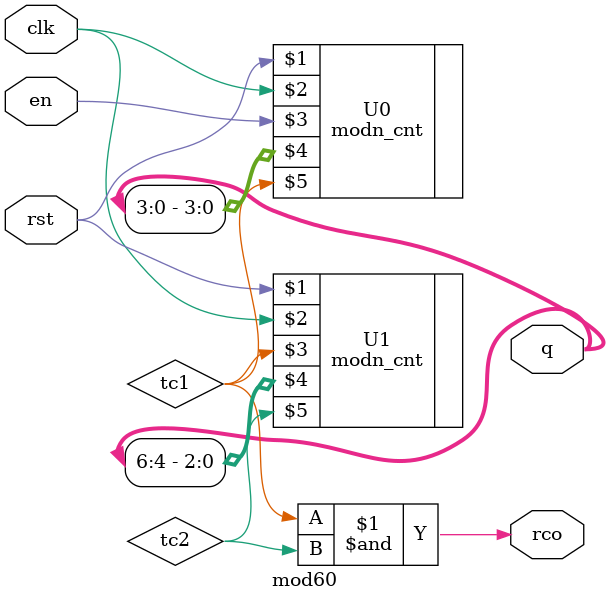
<source format=v>


module mod60 (rst, clk, en, q, rco);

input wire clk, en, rst;
output wire [6:0] q;
output wire rco;
wire tc1, tc2;

assign rco = tc1 & tc2;

modn_cnt #(4, 10) U0 (rst, clk, en, q[3:0], tc1); // mod10
modn_cnt #(3, 6) U1 (rst, clk, tc1, q[6:4], tc2); // mod6

endmodule



</source>
